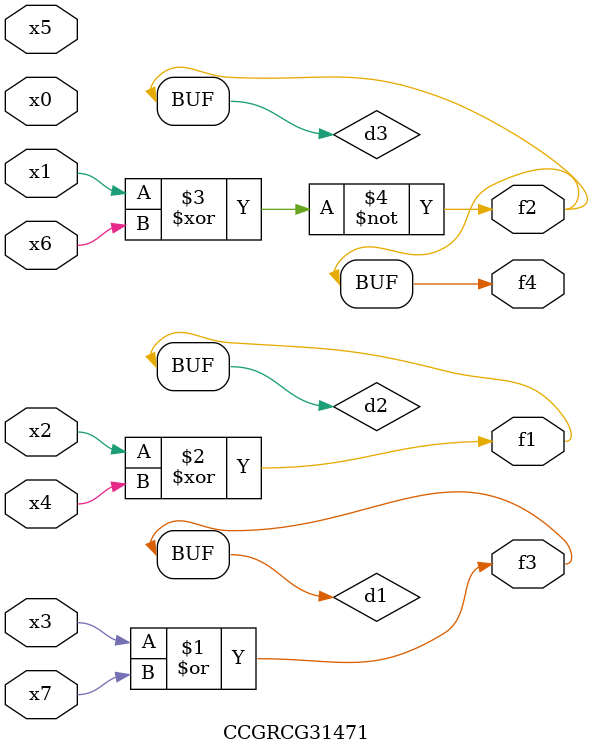
<source format=v>
module CCGRCG31471(
	input x0, x1, x2, x3, x4, x5, x6, x7,
	output f1, f2, f3, f4
);

	wire d1, d2, d3;

	or (d1, x3, x7);
	xor (d2, x2, x4);
	xnor (d3, x1, x6);
	assign f1 = d2;
	assign f2 = d3;
	assign f3 = d1;
	assign f4 = d3;
endmodule

</source>
